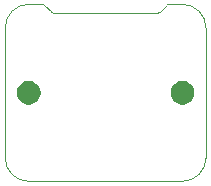
<source format=gbr>
%TF.GenerationSoftware,Altium Limited,Altium Designer,21.3.2 (30)*%
G04 Layer_Color=0*
%FSLAX44Y44*%
%MOMM*%
%TF.SameCoordinates,675AFF39-0D07-4396-8A84-043E8CC343DD*%
%TF.FilePolarity,Positive*%
%TF.FileFunction,Profile,NP*%
%TF.Part,Single*%
G01*
G75*
%TA.AperFunction,Profile*%
%ADD33C,0.0254*%
G36*
X55000Y-45000D02*
Y-45985D01*
X55384Y-47917D01*
X56138Y-49737D01*
X57232Y-51375D01*
X58625Y-52768D01*
X60263Y-53862D01*
X62083Y-54616D01*
X64015Y-55000D01*
X65000D01*
X65985D01*
X67917Y-54616D01*
X69737Y-53862D01*
X71375Y-52768D01*
X72768Y-51375D01*
X73862Y-49737D01*
X74616Y-47917D01*
X75000Y-45985D01*
Y-45000D01*
Y-44015D01*
X74616Y-42083D01*
X73862Y-40263D01*
X72768Y-38625D01*
X71375Y-37232D01*
X69737Y-36138D01*
X67917Y-35384D01*
X65985Y-35000D01*
X65000D01*
X64015D01*
X62083Y-35384D01*
X60263Y-36138D01*
X58625Y-37232D01*
X57232Y-38625D01*
X56138Y-40263D01*
X55384Y-42083D01*
X55000Y-44015D01*
Y-45000D01*
D01*
D02*
G37*
G36*
X-75000D02*
Y-45985D01*
X-74616Y-47917D01*
X-73862Y-49737D01*
X-72768Y-51375D01*
X-71375Y-52768D01*
X-69737Y-53862D01*
X-67917Y-54616D01*
X-65985Y-55000D01*
X-65000D01*
X-64015D01*
X-62083Y-54616D01*
X-60263Y-53862D01*
X-58625Y-52768D01*
X-57232Y-51375D01*
X-56138Y-49737D01*
X-55384Y-47917D01*
X-55000Y-45985D01*
Y-45000D01*
Y-44015D01*
X-55384Y-42083D01*
X-56138Y-40263D01*
X-57232Y-38625D01*
X-58625Y-37232D01*
X-60263Y-36138D01*
X-62083Y-35384D01*
X-64015Y-35000D01*
X-65000D01*
X-65985D01*
X-67917Y-35384D01*
X-69737Y-36138D01*
X-71375Y-37232D01*
X-72768Y-38625D01*
X-73862Y-40263D01*
X-74616Y-42083D01*
X-75000Y-44015D01*
Y-45000D01*
D01*
D02*
G37*
D33*
X-85000Y-100000D02*
G03*
X-65000Y-120000I20000J0D01*
G01*
X65000Y-120000D01*
D02*
G03*
X85000Y-100000I0J20000D01*
G01*
Y10000D01*
D02*
G03*
X65000Y30000I-20000J0D01*
G01*
X53656Y30000D01*
D02*
G03*
X51888Y29268I-0J-2500D01*
G01*
X45732Y23112D01*
D02*
G02*
X43965Y22380I-1768J1768D01*
G01*
X-43965Y22380D01*
D02*
G02*
X-45732Y23112I0J2500D01*
G01*
X-51888Y29268D01*
D02*
G03*
X-53656Y30000I-1768J-1768D01*
G01*
X-65000D01*
D02*
G03*
X-85000Y10000I-0J-20000D01*
G01*
Y-100000D01*
%TF.MD5,5fbad20047e3224f7055367d633bef42*%
M02*

</source>
